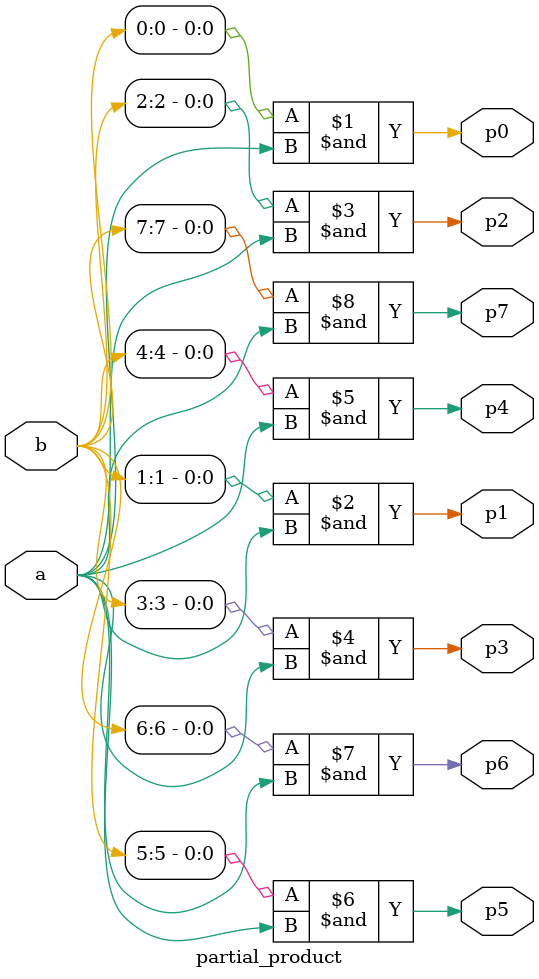
<source format=v>
`timescale 1ns / 1ps
module partial_product(a,b,p0,p1,p2,p3,p4,p5,p6,p7);

input [7:0] b;
input a;
output p0,p1,p2,p3,p4,p5,p6,p7;
assign p0 = b[0] & a;
assign p1 = b[1] & a;
assign p2 = b[2] & a;
assign p3 = b[3] & a;
assign p4 = b[4] & a;
assign p5 = b[5] & a;
assign p6 = b[6] & a;
assign p7 = b[7] & a;
endmodule

</source>
